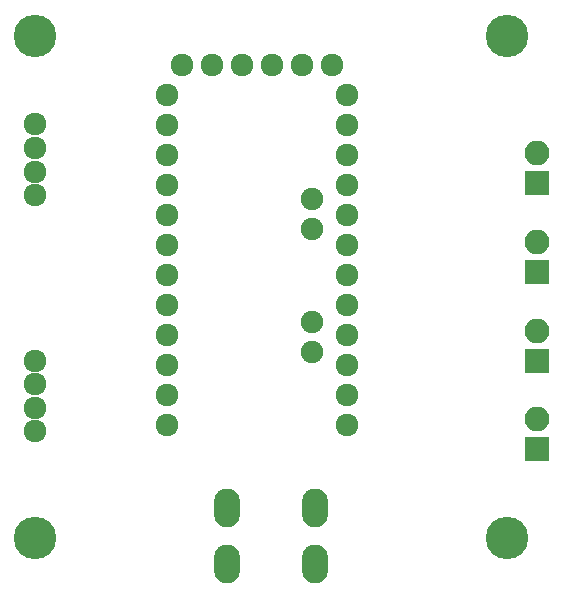
<source format=gbs>
G04 #@! TF.FileFunction,Soldermask,Bot*
%FSLAX46Y46*%
G04 Gerber Fmt 4.6, Leading zero omitted, Abs format (unit mm)*
G04 Created by KiCad (PCBNEW 4.0.7) date 12/17/17 19:14:42*
%MOMM*%
%LPD*%
G01*
G04 APERTURE LIST*
%ADD10C,0.100000*%
%ADD11C,1.924000*%
%ADD12R,2.100000X2.100000*%
%ADD13O,2.100000X2.100000*%
%ADD14O,2.200000X3.300000*%
%ADD15C,3.600000*%
%ADD16C,1.900000*%
G04 APERTURE END LIST*
D10*
D11*
X55000000Y-62500000D03*
X55000000Y-64500000D03*
X55000000Y-66500000D03*
X55000000Y-68500000D03*
X55000000Y-82500000D03*
X55000000Y-84500000D03*
X55000000Y-86500000D03*
X55000000Y-88500000D03*
D12*
X97500000Y-67500000D03*
D13*
X97500000Y-64960000D03*
D12*
X97500000Y-75000000D03*
D13*
X97500000Y-72460000D03*
D12*
X97500000Y-82500000D03*
D13*
X97500000Y-79960000D03*
D12*
X97500000Y-90000000D03*
D13*
X97500000Y-87460000D03*
D14*
X71300000Y-95000000D03*
X78700000Y-95000000D03*
X78700000Y-99750000D03*
X71300000Y-99750000D03*
D15*
X55000000Y-97500000D03*
X55000000Y-55000000D03*
X95000000Y-55000000D03*
X95000000Y-97500000D03*
D11*
X67460000Y-57500000D03*
X70000000Y-57500000D03*
X72540000Y-57500000D03*
X75080000Y-57500000D03*
X77620000Y-57500000D03*
X80160000Y-57500000D03*
X66190000Y-60040000D03*
X66190000Y-62580000D03*
X66190000Y-65120000D03*
X66190000Y-67660000D03*
X66190000Y-70200000D03*
X66190000Y-72740000D03*
X66190000Y-75280000D03*
X66190000Y-77820000D03*
X66190000Y-80360000D03*
X66190000Y-82900000D03*
X66190000Y-85440000D03*
X66190000Y-87980000D03*
X81430000Y-60040000D03*
X81430000Y-62580000D03*
X81430000Y-65120000D03*
X81430000Y-67660000D03*
X81430000Y-70200000D03*
X81430000Y-72740000D03*
X81430000Y-75280000D03*
X81430000Y-77820000D03*
X81430000Y-80360000D03*
X81430000Y-82900000D03*
X81430000Y-85440000D03*
X81430000Y-87980000D03*
D16*
X78509000Y-68803000D03*
X78509000Y-71343000D03*
X78509000Y-79217000D03*
X78509000Y-81757000D03*
M02*

</source>
